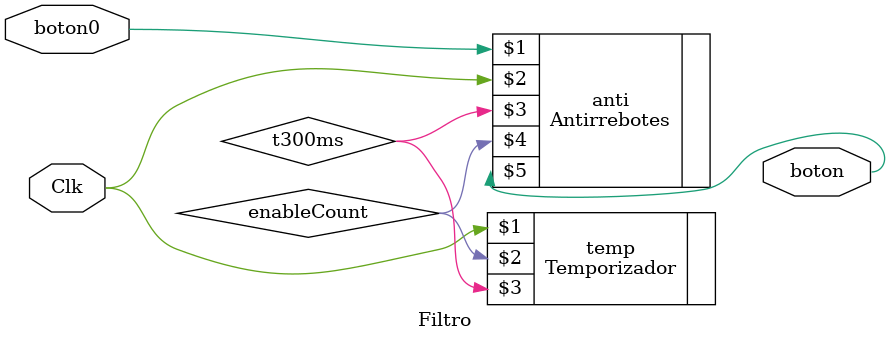
<source format=v>
`timescale 1ns / 1ps
module Filtro(
    input boton0,
    input Clk,
    output boton
    );
//variables internas
wire t300ms, enableCount;
//Code

    Antirrebotes anti (boton0,Clk,t300ms,enableCount,boton);
	 Temporizador temp (Clk,enableCount,t300ms);


endmodule


</source>
